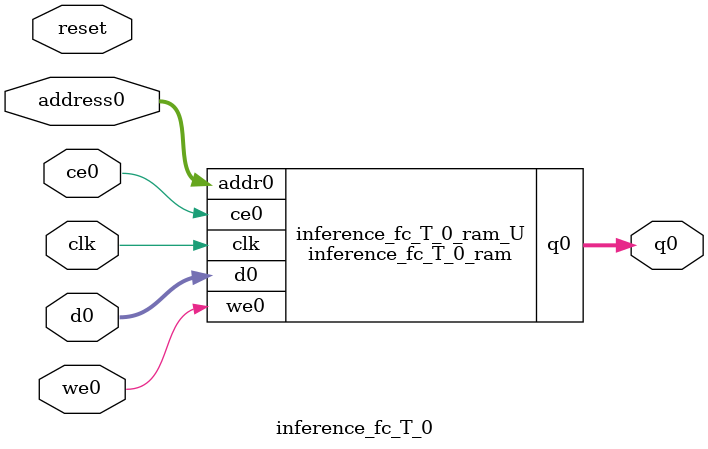
<source format=v>

`timescale 1 ns / 1 ps
module inference_fc_T_0_ram (addr0, ce0, d0, we0, q0,  clk);

parameter DWIDTH = 32;
parameter AWIDTH = 7;
parameter MEM_SIZE = 84;

input[AWIDTH-1:0] addr0;
input ce0;
input[DWIDTH-1:0] d0;
input we0;
output reg[DWIDTH-1:0] q0;
input clk;

(* ram_style = "block" *)reg [DWIDTH-1:0] ram[MEM_SIZE-1:0];




always @(posedge clk)  
begin 
    if (ce0) 
    begin
        if (we0) 
        begin 
            ram[addr0] <= d0; 
            q0 <= d0;
        end 
        else 
            q0 <= ram[addr0];
    end
end


endmodule


`timescale 1 ns / 1 ps
module inference_fc_T_0(
    reset,
    clk,
    address0,
    ce0,
    we0,
    d0,
    q0);

parameter DataWidth = 32'd32;
parameter AddressRange = 32'd84;
parameter AddressWidth = 32'd7;
input reset;
input clk;
input[AddressWidth - 1:0] address0;
input ce0;
input we0;
input[DataWidth - 1:0] d0;
output[DataWidth - 1:0] q0;



inference_fc_T_0_ram inference_fc_T_0_ram_U(
    .clk( clk ),
    .addr0( address0 ),
    .ce0( ce0 ),
    .d0( d0 ),
    .we0( we0 ),
    .q0( q0 ));

endmodule


</source>
